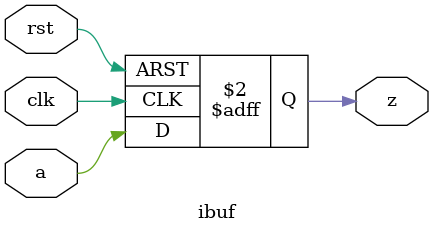
<source format=v>

`timescale 1ns / 1ps

module ibuf (
    input  wire clk,
    input  wire rst,
    input  wire a,
    output reg z
);

  always@(posedge clk or posedge rst) begin : proc_input_buffer
    if (rst) begin
      z <= 1'b0;
    end else begin
      z <= a;
    end

  end

endmodule

</source>
